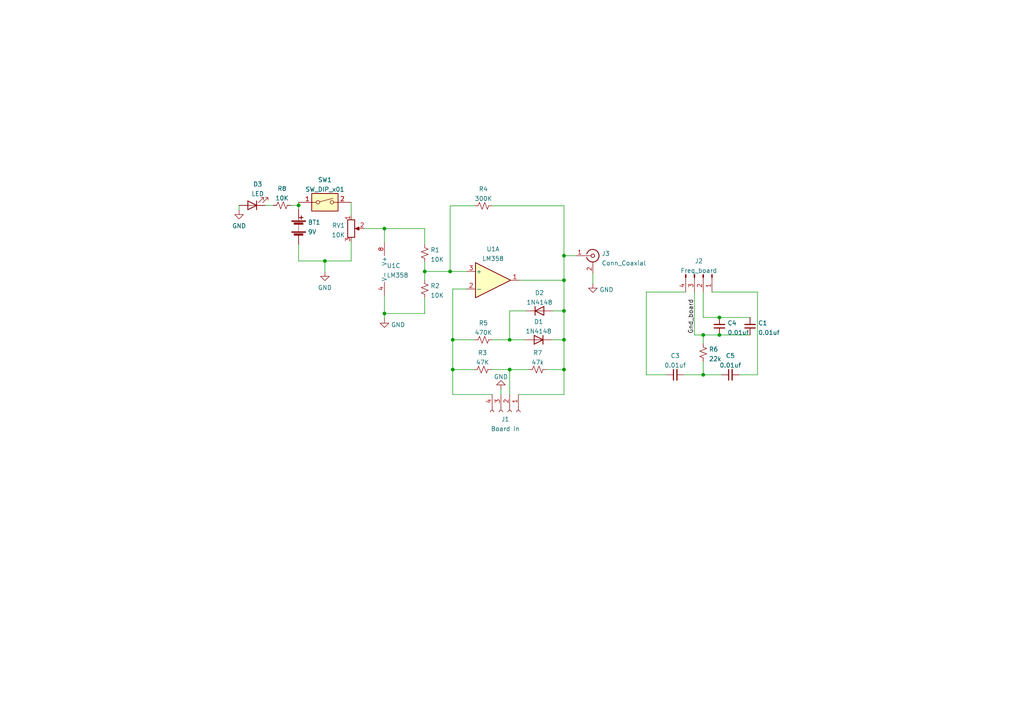
<source format=kicad_sch>
(kicad_sch (version 20211123) (generator eeschema)
  (paper "A4")
  (lib_symbols
    (symbol "Amplifier_Operational:LM358" (pin_names (offset 0.127))
      (property "Reference" "U" (at 0 5.08 0))
      (property "Value" "LM358" (at 0 -5.08 0))
      (symbol "LM358_1_1"
        (polyline (pts (xy -5.08 5.08) (xy 5.08 0) (xy -5.08 -5.08) (xy -5.08 5.08)) (stroke (width 0.254)) (fill (type background)))
        (pin output line (at 7.62 0 180) (length 2.54) (name "~") (number "1"))
        (pin input line (at -7.62 -2.54 0) (length 2.54) (name "-") (number "2"))
        (pin input line (at -7.62 2.54 0) (length 2.54) (name "+") (number "3"))
      )
      (symbol "LM358_2_1"
        (polyline (pts (xy -5.08 5.08) (xy 5.08 0) (xy -5.08 -5.08) (xy -5.08 5.08)) (stroke (width 0.254)) (fill (type background)))
        (pin input line (at -7.62 2.54 0) (length 2.54) (name "+") (number "5"))
        (pin input line (at -7.62 -2.54 0) (length 2.54) (name "-") (number "6"))
        (pin output line (at 7.62 0 180) (length 2.54) (name "~") (number "7"))
      )
      (symbol "LM358_3_1"
        (pin power_in line (at -2.54 -7.62 90) (length 3.81) (name "V-") (number "4"))
        (pin power_in line (at -2.54 7.62 270) (length 3.81) (name "V+") (number "8"))
      )
    )
    (symbol "Connector:Conn_01x04_Female" (pin_names (offset 1.016) hide)
      (property "Reference" "J" (at 0 5.08 0))
      (property "Value" "Conn_01x04_Female" (at 0 -7.62 0))
      (symbol "Conn_01x04_Female_1_1"
        (arc (start 0 -4.572) (mid -0.508 -5.08) (end 0 -5.588) (stroke (width 0.1524)))
        (arc (start 0 -2.032) (mid -0.508 -2.54) (end 0 -3.048) (stroke (width 0.1524)))
        (polyline (pts (xy -1.27 -5.08) (xy -0.508 -5.08)) (stroke (width 0.1524)))
        (polyline (pts (xy -1.27 -2.54) (xy -0.508 -2.54)) (stroke (width 0.1524)))
        (polyline (pts (xy -1.27 0) (xy -0.508 0)) (stroke (width 0.1524)))
        (polyline (pts (xy -1.27 2.54) (xy -0.508 2.54)) (stroke (width 0.1524)))
        (arc (start 0 0.508) (mid -0.508 0) (end 0 -0.508) (stroke (width 0.1524)))
        (arc (start 0 3.048) (mid -0.508 2.54) (end 0 2.032) (stroke (width 0.1524)))
        (pin passive line (at -5.08 2.54 0) (length 3.81) (name "Pin_1") (number "1"))
        (pin passive line (at -5.08 0 0) (length 3.81) (name "Pin_2") (number "2"))
        (pin passive line (at -5.08 -2.54 0) (length 3.81) (name "Pin_3") (number "3"))
        (pin passive line (at -5.08 -5.08 0) (length 3.81) (name "Pin_4") (number "4"))
      )
    )
    (symbol "Connector:Conn_01x04_Male" (pin_names (offset 1.016) hide)
      (property "Reference" "J" (at 0 5.08 0))
      (property "Value" "Conn_01x04_Male" (at 0 -7.62 0))
      (symbol "Conn_01x04_Male_1_1"
        (polyline (pts (xy 1.27 -5.08) (xy 0.8636 -5.08)) (stroke (width 0.1524)))
        (polyline (pts (xy 1.27 -2.54) (xy 0.8636 -2.54)) (stroke (width 0.1524)))
        (polyline (pts (xy 1.27 0) (xy 0.8636 0)) (stroke (width 0.1524)))
        (polyline (pts (xy 1.27 2.54) (xy 0.8636 2.54)) (stroke (width 0.1524)))
        (rectangle (start 0.8636 -4.953) (end 0 -5.207) (stroke (width 0.1524)) (fill (type outline)))
        (rectangle (start 0.8636 -2.413) (end 0 -2.667) (stroke (width 0.1524)) (fill (type outline)))
        (rectangle (start 0.8636 0.127) (end 0 -0.127) (stroke (width 0.1524)) (fill (type outline)))
        (rectangle (start 0.8636 2.667) (end 0 2.413) (stroke (width 0.1524)) (fill (type outline)))
        (pin passive line (at 5.08 2.54 180) (length 3.81) (name "Pin_1") (number "1"))
        (pin passive line (at 5.08 0 180) (length 3.81) (name "Pin_2") (number "2"))
        (pin passive line (at 5.08 -2.54 180) (length 3.81) (name "Pin_3") (number "3"))
        (pin passive line (at 5.08 -5.08 180) (length 3.81) (name "Pin_4") (number "4"))
      )
    )
    (symbol "Connector:Conn_Coaxial" (pin_names (offset 1.016) hide)
      (property "Reference" "J" (at 0.254 3.048 0))
      (property "Value" "Conn_Coaxial" (at 2.921 0 90))
      (symbol "Conn_Coaxial_0_1"
        (arc (start -1.778 -0.508) (mid 0.222 -1.808) (end 1.778 0) (stroke (width 0.254)))
        (polyline (pts (xy -2.54 0) (xy -0.508 0)))
        (polyline (pts (xy 0 -2.54) (xy 0 -1.778)))
        (circle (center 0 0) (radius 0.508) (stroke (width 0.2032)))
        (arc (start 1.778 0) (mid 0.222 1.8083) (end -1.778 0.508) (stroke (width 0.254)))
      )
      (symbol "Conn_Coaxial_1_1"
        (pin passive line (at -5.08 0 0) (length 2.54) (name "In") (number "1"))
        (pin passive line (at 0 -5.08 90) (length 2.54) (name "Ext") (number "2"))
      )
    )
    (symbol "Device:Battery" (pin_numbers hide) (pin_names (offset 0) hide)
      (property "Reference" "BT" (at 2.54 2.54 0))
      (property "Value" "Battery" (at 2.54 0 0))
      (symbol "Battery_0_1"
        (rectangle (start -2.032 -1.397) (end 2.032 -1.651) (fill (type outline)))
        (rectangle (start -2.032 1.778) (end 2.032 1.524) (fill (type outline)))
        (rectangle (start -1.3208 -1.9812) (end 1.27 -2.4892) (fill (type outline)))
        (rectangle (start -1.3208 1.1938) (end 1.27 0.6858) (fill (type outline)))
        (polyline (pts (xy 0 -1.524) (xy 0 -1.27)))
        (polyline (pts (xy 0 -1.016) (xy 0 -0.762)))
        (polyline (pts (xy 0 -0.508) (xy 0 -0.254)))
        (polyline (pts (xy 0 0) (xy 0 0.254)))
        (polyline (pts (xy 0 0.508) (xy 0 0.762)))
        (polyline (pts (xy 0 1.778) (xy 0 2.54)))
        (polyline (pts (xy 0.254 2.667) (xy 1.27 2.667)) (stroke (width 0.254)))
        (polyline (pts (xy 0.762 3.175) (xy 0.762 2.159)) (stroke (width 0.254)))
      )
      (symbol "Battery_1_1"
        (pin passive line (at 0 5.08 270) (length 2.54) (name "+") (number "1"))
        (pin passive line (at 0 -5.08 90) (length 2.54) (name "-") (number "2"))
      )
    )
    (symbol "Device:C_Small" (pin_numbers hide) (pin_names (offset 0.254) hide)
      (property "Reference" "C" (at 0.254 1.778 0))
      (property "Value" "C_Small" (at 0.254 -2.032 0))
      (symbol "C_Small_0_1"
        (polyline (pts (xy -1.524 -0.508) (xy 1.524 -0.508)) (stroke (width 0.3302)))
        (polyline (pts (xy -1.524 0.508) (xy 1.524 0.508)) (stroke (width 0.3048)))
      )
      (symbol "C_Small_1_1"
        (pin passive line (at 0 2.54 270) (length 2.032) (name "~") (number "1"))
        (pin passive line (at 0 -2.54 90) (length 2.032) (name "~") (number "2"))
      )
    )
    (symbol "Device:LED" (pin_numbers hide) (pin_names (offset 1.016) hide)
      (property "Reference" "D" (at 0 2.54 0))
      (property "Value" "LED" (at 0 -2.54 0))
      (symbol "LED_0_1"
        (polyline (pts (xy -1.27 -1.27) (xy -1.27 1.27)) (stroke (width 0.254)))
        (polyline (pts (xy -1.27 0) (xy 1.27 0)))
        (polyline (pts (xy 1.27 -1.27) (xy 1.27 1.27) (xy -1.27 0) (xy 1.27 -1.27)) (stroke (width 0.254)))
        (polyline (pts (xy -3.048 -0.762) (xy -4.572 -2.286) (xy -3.81 -2.286) (xy -4.572 -2.286) (xy -4.572 -1.524)))
        (polyline (pts (xy -1.778 -0.762) (xy -3.302 -2.286) (xy -2.54 -2.286) (xy -3.302 -2.286) (xy -3.302 -1.524)))
      )
      (symbol "LED_1_1"
        (pin passive line (at -3.81 0 0) (length 2.54) (name "K") (number "1"))
        (pin passive line (at 3.81 0 180) (length 2.54) (name "A") (number "2"))
      )
    )
    (symbol "Device:R_Potentiometer" (pin_names (offset 1.016) hide)
      (property "Reference" "RV" (at -4.445 0 90))
      (property "Value" "R_Potentiometer" (at -2.54 0 90))
      (symbol "R_Potentiometer_0_1"
        (polyline (pts (xy 2.54 0) (xy 1.524 0)))
        (polyline (pts (xy 1.143 0) (xy 2.286 0.508) (xy 2.286 -0.508) (xy 1.143 0)) (fill (type outline)))
        (rectangle (start 1.016 2.54) (end -1.016 -2.54) (stroke (width 0.254)))
      )
      (symbol "R_Potentiometer_1_1"
        (pin passive line (at 0 3.81 270) (length 1.27) (name "1") (number "1"))
        (pin passive line (at 3.81 0 180) (length 1.27) (name "2") (number "2"))
        (pin passive line (at 0 -3.81 90) (length 1.27) (name "3") (number "3"))
      )
    )
    (symbol "Device:R_Small_US" (pin_numbers hide) (pin_names (offset 0.254) hide)
      (property "Reference" "R" (at 0.762 0.508 0))
      (property "Value" "R_Small_US" (at 0.762 -1.016 0))
      (symbol "R_Small_US_1_1"
        (polyline (pts (xy 0 0) (xy 1.016 -0.381) (xy 0 -0.762) (xy -1.016 -1.143) (xy 0 -1.524)))
        (polyline (pts (xy 0 1.524) (xy 1.016 1.143) (xy 0 0.762) (xy -1.016 0.381) (xy 0 0)))
        (pin passive line (at 0 2.54 270) (length 1.016) (name "~") (number "1"))
        (pin passive line (at 0 -2.54 90) (length 1.016) (name "~") (number "2"))
      )
    )
    (symbol "Diode:1N4148" (pin_numbers hide) (pin_names (offset 1.016) hide)
      (property "Reference" "D" (at 0 2.54 0))
      (property "Value" "1N4148" (at 0 -2.54 0))
      (symbol "1N4148_0_1"
        (polyline (pts (xy -1.27 1.27) (xy -1.27 -1.27)) (stroke (width 0.254)))
        (polyline (pts (xy 1.27 0) (xy -1.27 0)))
        (polyline (pts (xy 1.27 1.27) (xy 1.27 -1.27) (xy -1.27 0) (xy 1.27 1.27)) (stroke (width 0.254)))
      )
      (symbol "1N4148_1_1"
        (pin passive line (at -3.81 0 0) (length 2.54) (name "K") (number "1"))
        (pin passive line (at 3.81 0 180) (length 2.54) (name "A") (number "2"))
      )
    )
    (symbol "Switch:SW_DIP_x01" (pin_names (offset 0) hide)
      (property "Reference" "SW" (at 0 3.81 0))
      (property "Value" "SW_DIP_x01" (at 0 -3.81 0))
      (symbol "SW_DIP_x01_0_0"
        (circle (center -2.032 0) (radius 0.508))
        (polyline (pts (xy -1.524 0.127) (xy 2.3622 1.1684)))
        (circle (center 2.032 0) (radius 0.508))
      )
      (symbol "SW_DIP_x01_0_1"
        (rectangle (start -3.81 2.54) (end 3.81 -2.54) (stroke (width 0.254)) (fill (type background)))
      )
      (symbol "SW_DIP_x01_1_1"
        (pin passive line (at -7.62 0 0) (length 5.08) (name "~") (number "1"))
        (pin passive line (at 7.62 0 180) (length 5.08) (name "~") (number "2"))
      )
    )
    (symbol "power:GND" (power) (pin_names (offset 0))
      (property "Value" "GND" (at 0 -3.81 0))
      (symbol "GND_0_1"
        (polyline (pts (xy 0 0) (xy 0 -1.27) (xy 1.27 -1.27) (xy 0 -2.54) (xy -1.27 -1.27) (xy 0 -1.27)))
      )
      (symbol "GND_1_1"
        (pin power_in line (at 0 0 270) (length 0) hide (name "GND") (number "1"))
      )
    )
  )
  (junction (at 86.614 59.563))
  (junction (at 111.506 66.294))
  (junction (at 131.318 107.188))
  (junction (at 203.962 97.155))
  (junction (at 147.828 107.188))
  (junction (at 208.661 97.155))
  (junction (at 131.318 98.552))
  (junction (at 163.576 98.552))
  (junction (at 94.234 75.692))
  (junction (at 130.556 78.74))
  (junction (at 147.828 98.552))
  (junction (at 203.962 108.712))
  (junction (at 163.576 74.168))
  (junction (at 111.506 90.932))
  (junction (at 163.576 107.188))
  (junction (at 123.19 78.74))
  (junction (at 163.576 90.17))
  (junction (at 163.576 81.28))
  (junction (at 208.661 92.075))
  (wire (pts (xy 214.376 108.712) (xy 219.71 108.712)))
  (wire (pts (xy 152.654 90.17) (xy 147.828 90.17)))
  (wire (pts (xy 86.614 70.866) (xy 86.614 75.692)))
  (wire (pts (xy 123.19 86.36) (xy 123.19 90.932)))
  (wire (pts (xy 86.614 75.692) (xy 94.234 75.692)))
  (wire (pts (xy 94.234 78.867) (xy 94.234 75.692)))
  (wire (pts (xy 147.828 90.17) (xy 147.828 98.552)))
  (wire (pts (xy 131.318 98.552) (xy 131.318 107.188)))
  (wire (pts (xy 187.452 84.709) (xy 187.452 108.712)))
  (wire (pts (xy 163.576 114.427) (xy 163.576 107.188)))
  (wire (pts (xy 208.661 92.075) (xy 217.551 92.075)))
  (wire (pts (xy 160.02 98.552) (xy 163.576 98.552)))
  (wire (pts (xy 198.882 84.709) (xy 187.452 84.709)))
  (wire (pts (xy 86.614 58.674) (xy 86.614 59.563)))
  (wire (pts (xy 219.71 84.709) (xy 206.502 84.709)))
  (wire (pts (xy 123.19 78.74) (xy 123.19 81.28)))
  (wire (pts (xy 150.622 81.28) (xy 163.576 81.28)))
  (wire (pts (xy 111.506 90.932) (xy 111.506 92.456)))
  (wire (pts (xy 137.668 98.552) (xy 131.318 98.552)))
  (wire (pts (xy 203.962 108.712) (xy 209.296 108.712)))
  (wire (pts (xy 150.368 114.427) (xy 163.576 114.427)))
  (wire (pts (xy 84.328 59.563) (xy 86.614 59.563)))
  (wire (pts (xy 101.854 58.674) (xy 101.854 62.484)))
  (wire (pts (xy 203.962 84.709) (xy 203.962 92.075)))
  (wire (pts (xy 130.556 78.74) (xy 135.382 78.74)))
  (wire (pts (xy 193.294 108.712) (xy 187.452 108.712)))
  (wire (pts (xy 208.661 97.155) (xy 203.962 97.155)))
  (wire (pts (xy 160.274 90.17) (xy 163.576 90.17)))
  (wire (pts (xy 142.748 98.552) (xy 147.828 98.552)))
  (wire (pts (xy 147.828 98.552) (xy 152.4 98.552)))
  (wire (pts (xy 201.422 97.155) (xy 201.422 84.709)))
  (wire (pts (xy 111.506 66.294) (xy 111.506 70.358)))
  (wire (pts (xy 101.854 70.104) (xy 101.854 75.692)))
  (wire (pts (xy 171.958 79.248) (xy 171.958 82.296)))
  (wire (pts (xy 123.19 66.294) (xy 123.19 70.866)))
  (wire (pts (xy 111.506 90.932) (xy 123.19 90.932)))
  (wire (pts (xy 111.506 85.598) (xy 111.506 90.932)))
  (wire (pts (xy 163.576 59.69) (xy 163.576 74.168)))
  (wire (pts (xy 111.506 66.294) (xy 123.19 66.294)))
  (wire (pts (xy 163.576 81.28) (xy 163.576 90.17)))
  (wire (pts (xy 163.576 107.188) (xy 163.576 98.552)))
  (wire (pts (xy 105.664 66.294) (xy 111.506 66.294)))
  (wire (pts (xy 145.288 112.903) (xy 145.288 114.427)))
  (wire (pts (xy 76.962 59.563) (xy 79.248 59.563)))
  (wire (pts (xy 101.854 75.692) (xy 94.234 75.692)))
  (wire (pts (xy 166.878 74.168) (xy 163.576 74.168)))
  (wire (pts (xy 203.962 97.155) (xy 203.962 99.695)))
  (wire (pts (xy 198.374 108.712) (xy 203.962 108.712)))
  (wire (pts (xy 137.668 59.69) (xy 130.556 59.69)))
  (wire (pts (xy 131.318 107.188) (xy 131.318 114.427)))
  (wire (pts (xy 142.748 59.69) (xy 163.576 59.69)))
  (wire (pts (xy 158.496 107.188) (xy 163.576 107.188)))
  (wire (pts (xy 219.71 84.709) (xy 219.71 108.712)))
  (wire (pts (xy 131.318 114.427) (xy 142.748 114.427)))
  (wire (pts (xy 163.576 74.168) (xy 163.576 81.28)))
  (wire (pts (xy 147.828 107.188) (xy 153.416 107.188)))
  (wire (pts (xy 69.342 59.563) (xy 69.342 60.96)))
  (wire (pts (xy 137.414 107.188) (xy 131.318 107.188)))
  (wire (pts (xy 123.19 75.946) (xy 123.19 78.74)))
  (wire (pts (xy 131.318 98.552) (xy 131.318 83.82)))
  (wire (pts (xy 203.962 104.775) (xy 203.962 108.712)))
  (wire (pts (xy 203.962 97.155) (xy 201.422 97.155)))
  (wire (pts (xy 130.556 59.69) (xy 130.556 78.74)))
  (wire (pts (xy 131.318 83.82) (xy 135.382 83.82)))
  (wire (pts (xy 163.576 90.17) (xy 163.576 98.552)))
  (wire (pts (xy 208.661 92.075) (xy 203.962 92.075)))
  (wire (pts (xy 130.556 78.74) (xy 123.19 78.74)))
  (wire (pts (xy 86.614 59.563) (xy 86.614 60.706)))
  (wire (pts (xy 208.661 97.155) (xy 217.551 97.155)))
  (wire (pts (xy 142.494 107.188) (xy 147.828 107.188)))
  (wire (pts (xy 147.828 107.188) (xy 147.828 114.427)))
  (label "Gnd_board" (at 201.422 96.774 90))
  (symbol (lib_id "Device:R_Small_US") (at 123.19 73.406 0) (unit 1)
    (property "Reference" "R1" (at 124.841 72.4975 0) (effects (justify left)))
    (property "Value" "10K" (at 124.841 75.2726 0) (effects (justify left)))
    (property "Footprint" "Resistor_SMD:R_0805_2012Metric" (effects hide))
  )
  (symbol (lib_id "Switch:SW_DIP_x01") (at 94.234 58.674 0) (unit 1)
    (property "Reference" "SW1" (at 94.234 52.1675 0))
    (property "Value" "SW_DIP_x01" (at 94.234 54.9426 0))
    (property "Footprint" "Connector_JST:JST_EH_B2B-EH-A_1x02_P2.50mm_Vertical" (effects hide))
  )
  (symbol (lib_id "Device:C_Small") (at 217.551 94.615 180) (unit 1)
    (property "Reference" "C1" (at 219.8751 93.7001 0) (effects (justify right)))
    (property "Value" "0.01uf" (at 219.8751 96.4752 0) (effects (justify right)))
    (property "Footprint" "Resistor_SMD:R_0805_2012Metric" (effects hide))
  )
  (symbol (lib_id "Device:R_Small_US") (at 139.954 107.188 90) (unit 1)
    (property "Reference" "R3" (at 139.954 102.3325 90))
    (property "Value" "47K" (at 139.954 105.1076 90))
    (property "Footprint" "Resistor_SMD:R_0805_2012Metric" (effects hide))
  )
  (symbol (lib_id "Device:C_Small") (at 195.834 108.712 90) (unit 1)
    (property "Reference" "C3" (at 195.8403 103.1834 90))
    (property "Value" "0.01uf" (at 195.8403 105.9585 90))
    (property "Footprint" "Resistor_SMD:R_0805_2012Metric" (effects hide))
  )
  (symbol (lib_id "Amplifier_Operational:LM358") (at 114.046 77.978 0) (unit 3)
    (property "Reference" "U1" (at 112.141 77.0695 0) (effects (justify left)))
    (property "Value" "LM358" (at 112.141 79.8446 0) (effects (justify left)))
    (property "Footprint" "Package_DIP:DIP-8_W7.62mm_LongPads" (effects hide))
    (property "Datasheet" "http://www.ti.com/lit/ds/symlink/lm2904-n.pdf" (effects hide))
  )
  (symbol (lib_id "power:GND") (at 145.288 112.903 180) (unit 1)
    (property "Reference" "#PWR0102" (effects hide))
    (property "Value" "GND" (at 145.288 109.2985 0))
  )
  (symbol (lib_id "Device:R_Small_US") (at 81.788 59.563 90) (unit 1)
    (property "Reference" "R8" (at 81.788 54.7075 90))
    (property "Value" "10K" (at 81.788 57.4826 90))
    (property "Footprint" "Resistor_SMD:R_0805_2012Metric" (effects hide))
  )
  (symbol (lib_id "Device:R_Potentiometer") (at 101.854 66.294 0) (unit 1)
    (property "Reference" "RV1" (at 100.076 65.3855 0) (effects (justify right)))
    (property "Value" "10K" (at 100.076 68.1606 0) (effects (justify right)))
    (property "Footprint" "Connector_Wire:SolderWire-1sqmm_1x03_P5.4mm_D1.4mm_OD2.7mm" (effects hide))
  )
  (symbol (lib_id "Device:C_Small") (at 208.661 94.615 180) (unit 1)
    (property "Reference" "C4" (at 210.9851 93.7001 0) (effects (justify right)))
    (property "Value" "0.01uf" (at 210.9851 96.4752 0) (effects (justify right)))
    (property "Footprint" "Resistor_SMD:R_0805_2012Metric" (effects hide))
  )
  (symbol (lib_id "Connector:Conn_01x04_Male") (at 203.962 79.629 270) (unit 1)
    (property "Reference" "J2" (at 202.692 75.7133 90))
    (property "Value" "Freq_board" (at 202.692 78.4884 90))
    (property "Footprint" "Connector_PinSocket_2.54mm:PinSocket_1x04_P2.54mm_Horizontal" (effects hide))
  )
  (symbol (lib_id "Device:C_Small") (at 211.836 108.712 90) (unit 1)
    (property "Reference" "C5" (at 211.8423 103.1834 90))
    (property "Value" "0.01uf" (at 211.8423 105.9585 90))
    (property "Footprint" "Resistor_SMD:R_0805_2012Metric" (effects hide))
  )
  (symbol (lib_id "power:GND") (at 111.506 92.456 0) (unit 1)
    (property "Reference" "#PWR0104" (effects hide))
    (property "Value" "GND" (at 113.411 94.205 0) (effects (justify left)))
  )
  (symbol (lib_id "Device:R_Small_US") (at 155.956 107.188 90) (unit 1)
    (property "Reference" "R7" (at 155.956 102.3325 90))
    (property "Value" "47k" (at 155.956 105.1076 90))
    (property "Footprint" "Resistor_SMD:R_0805_2012Metric" (effects hide))
  )
  (symbol (lib_id "power:GND") (at 94.234 78.867 0) (unit 1)
    (property "Reference" "#PWR0103" (effects hide))
    (property "Value" "GND" (at 94.234 83.4295 0))
  )
  (symbol (lib_id "Device:R_Small_US") (at 140.208 98.552 90) (unit 1)
    (property "Reference" "R5" (at 140.208 93.6965 90))
    (property "Value" "470K" (at 140.208 96.4716 90))
    (property "Footprint" "Resistor_SMD:R_0805_2012Metric" (effects hide))
  )
  (symbol (lib_id "Connector:Conn_Coaxial") (at 171.958 74.168 0) (unit 1)
    (property "Reference" "J3" (at 174.498 73.5527 0) (effects (justify left)))
    (property "Value" "Conn_Coaxial" (at 174.498 76.3278 0) (effects (justify left)))
    (property "Footprint" "Connector_Coaxial:BNC_TEConnectivity_1478035_Horizontal" (effects hide))
    (property "Datasheet" " ~" (effects hide))
  )
  (symbol (lib_id "power:GND") (at 171.958 82.296 0) (unit 1)
    (property "Reference" "#PWR0101" (effects hide))
    (property "Value" "GND" (at 173.863 84.045 0) (effects (justify left)))
  )
  (symbol (lib_id "Device:LED") (at 73.152 59.563 180) (unit 1)
    (property "Reference" "D3" (at 74.7395 53.4375 0))
    (property "Value" "LED" (at 74.7395 56.2126 0))
    (property "Footprint" "LED_SMD:LED_0805_2012Metric" (effects hide))
  )
  (symbol (lib_id "Connector:Conn_01x04_Female") (at 147.828 119.507 270) (unit 1)
    (property "Reference" "J1" (at 146.558 121.6057 90))
    (property "Value" "Board In" (at 146.558 124.3808 90))
    (property "Footprint" "Connector_PinHeader_2.54mm:PinHeader_1x04_P2.54mm_Horizontal" (effects hide))
  )
  (symbol (lib_id "Device:R_Small_US") (at 140.208 59.69 90) (unit 1)
    (property "Reference" "R4" (at 140.208 54.8345 90))
    (property "Value" "300K" (at 140.208 57.6096 90))
    (property "Footprint" "Resistor_SMD:R_0805_2012Metric" (effects hide))
  )
  (symbol (lib_id "Diode:1N4148") (at 156.21 98.552 180) (unit 1)
    (property "Reference" "D1" (at 156.21 93.3155 0))
    (property "Value" "1N4148" (at 156.21 96.0906 0))
    (property "Footprint" "Diode_SMD:D_SOD-523" (effects hide))
    (property "Datasheet" "https://assets.nexperia.com/documents/data-sheet/1N4148_1N4448.pdf" (effects hide))
  )
  (symbol (lib_id "Diode:1N4148") (at 156.464 90.17 0) (unit 1)
    (property "Reference" "D2" (at 156.464 84.9335 0))
    (property "Value" "1N4148" (at 156.464 87.7086 0))
    (property "Footprint" "Diode_SMD:D_SOD-523" (effects hide))
    (property "Datasheet" "https://assets.nexperia.com/documents/data-sheet/1N4148_1N4448.pdf" (effects hide))
  )
  (symbol (lib_id "power:GND") (at 69.342 60.96 0) (unit 1)
    (property "Reference" "#PWR0105" (effects hide))
    (property "Value" "GND" (at 69.342 65.5225 0))
  )
  (symbol (lib_id "Device:Battery") (at 86.614 65.786 0) (unit 1)
    (property "Reference" "BT1" (at 89.281 64.4965 0) (effects (justify left)))
    (property "Value" "9V" (at 89.281 67.2716 0) (effects (justify left)))
    (property "Footprint" "Battery:BatteryHolder_Eagle_12BH611-GR" (effects hide))
  )
  (symbol (lib_id "Amplifier_Operational:LM358") (at 143.002 81.28 0) (unit 1)
    (property "Reference" "U1" (at 143.002 72.2335 0))
    (property "Value" "LM358" (at 143.002 75.0086 0))
    (property "Footprint" "Package_DIP:DIP-8_W7.62mm_LongPads" (effects hide))
    (property "Datasheet" "http://www.ti.com/lit/ds/symlink/lm2904-n.pdf" (effects hide))
  )
  (symbol (lib_id "Device:R_Small_US") (at 123.19 83.82 0) (unit 1)
    (property "Reference" "R2" (at 124.841 82.9115 0) (effects (justify left)))
    (property "Value" "10K" (at 124.841 85.6866 0) (effects (justify left)))
    (property "Footprint" "Resistor_SMD:R_0805_2012Metric" (effects hide))
  )
  (symbol (lib_id "Device:R_Small_US") (at 203.962 102.235 180) (unit 1)
    (property "Reference" "R6" (at 205.613 101.3265 0) (effects (justify right)))
    (property "Value" "22k" (at 205.613 104.1016 0) (effects (justify right)))
    (property "Footprint" "Resistor_SMD:R_0805_2012Metric" (effects hide))
  )
)
</source>
